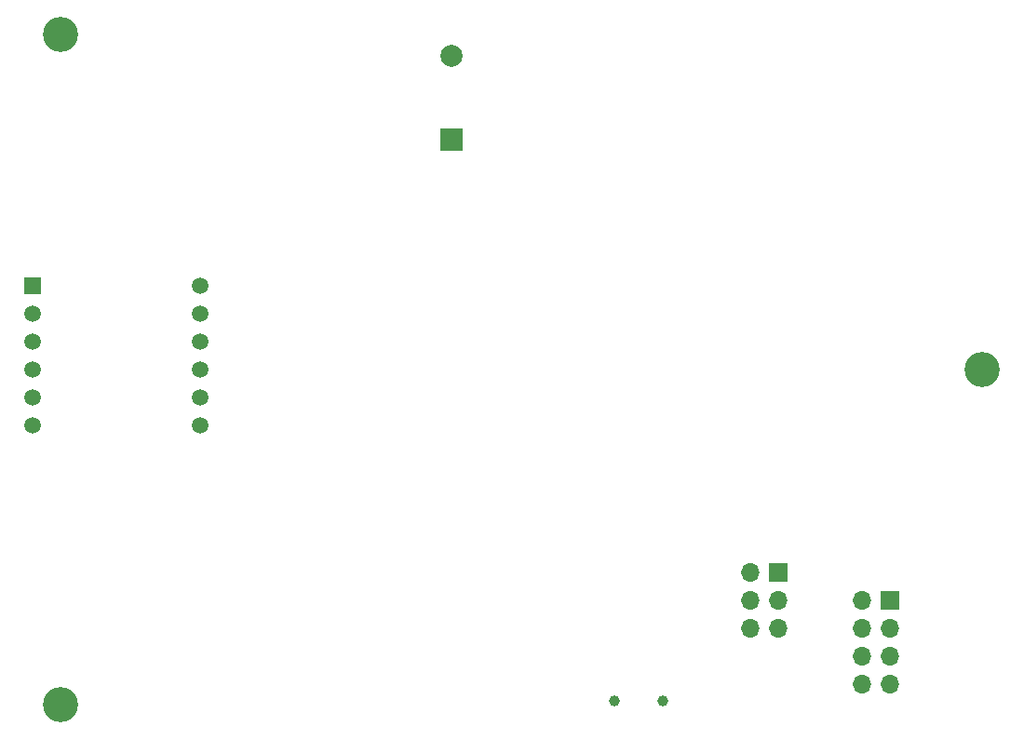
<source format=gbr>
%TF.GenerationSoftware,KiCad,Pcbnew,(7.0.0)*%
%TF.CreationDate,2023-04-20T13:17:43-06:00*%
%TF.ProjectId,Phase_B_ATMEGA_Considine_Final,50686173-655f-4425-9f41-544d4547415f,rev?*%
%TF.SameCoordinates,Original*%
%TF.FileFunction,Soldermask,Bot*%
%TF.FilePolarity,Negative*%
%FSLAX46Y46*%
G04 Gerber Fmt 4.6, Leading zero omitted, Abs format (unit mm)*
G04 Created by KiCad (PCBNEW (7.0.0)) date 2023-04-20 13:17:43*
%MOMM*%
%LPD*%
G01*
G04 APERTURE LIST*
%ADD10R,1.700000X1.700000*%
%ADD11O,1.700000X1.700000*%
%ADD12C,1.000000*%
%ADD13R,1.500000X1.500000*%
%ADD14C,1.500000*%
%ADD15C,3.200000*%
%ADD16R,2.000000X2.000000*%
%ADD17C,2.000000*%
G04 APERTURE END LIST*
D10*
%TO.C,J1*%
X169422499Y-107334999D03*
D11*
X166882499Y-107334999D03*
X169422499Y-109874999D03*
X166882499Y-109874999D03*
X169422499Y-112414999D03*
X166882499Y-112414999D03*
%TD*%
D12*
%TO.C,MicroUSB*%
X154522500Y-119070000D03*
X158922500Y-119070000D03*
%TD*%
D13*
%TO.C,U1*%
X101599999Y-81279999D03*
D14*
X101600000Y-83820000D03*
X101600000Y-86360000D03*
X101600000Y-88900000D03*
X101600000Y-91440000D03*
X101600000Y-93980000D03*
X116840000Y-93980000D03*
X116840000Y-91440000D03*
X116840000Y-88900000D03*
X116840000Y-86360000D03*
X116840000Y-83820000D03*
X116840000Y-81280000D03*
%TD*%
D15*
%TO.C,MOUNT*%
X187960000Y-88900000D03*
%TD*%
%TO.C,MOUNT*%
X104140000Y-58420000D03*
%TD*%
%TO.C,MOUNT*%
X104140000Y-119380000D03*
%TD*%
D16*
%TO.C,Buzzer*%
X139699999Y-67954999D03*
D17*
X139700000Y-60355000D03*
%TD*%
D10*
%TO.C,J3*%
X179582499Y-109874999D03*
D11*
X177042499Y-109874999D03*
X179582499Y-112414999D03*
X177042499Y-112414999D03*
X179582499Y-114954999D03*
X177042499Y-114954999D03*
X179582499Y-117494999D03*
X177042499Y-117494999D03*
%TD*%
M02*

</source>
